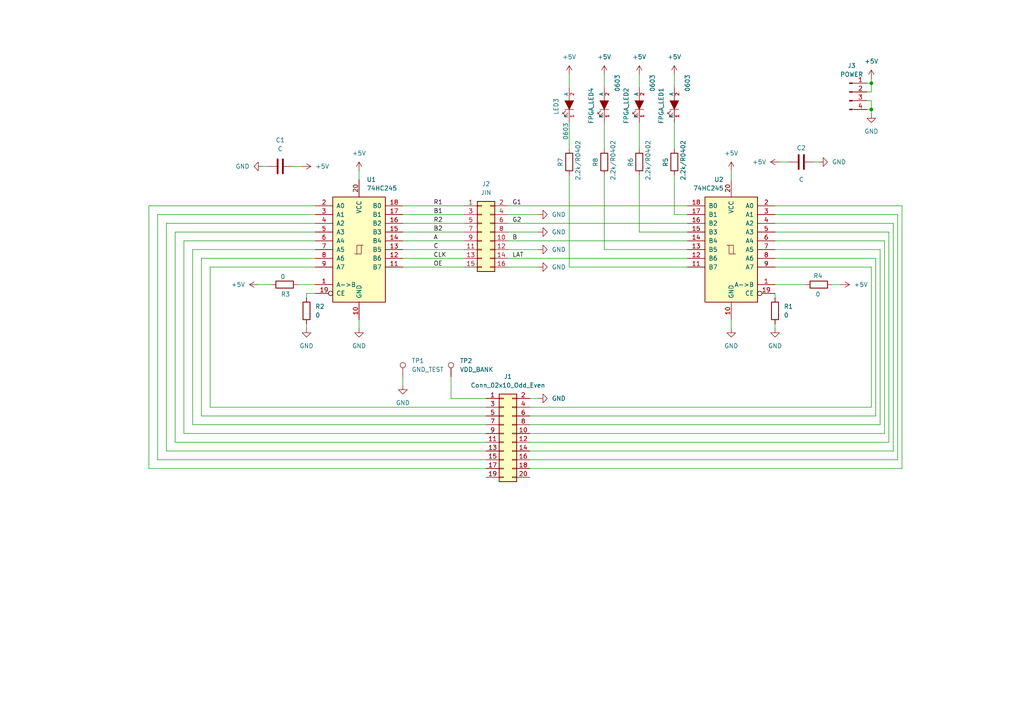
<source format=kicad_sch>
(kicad_sch (version 20231120) (generator "eeschema") (generator_version "8.0")
  (paper "A4")
  (lib_symbols
    (symbol "74xx:74HC245" (pin_names (offset 1.016))
      (property "Reference" "U" (at -7.62 16.51 0))
      (property "Value" "74HC245" (at -7.62 -16.51 0))
      (symbol "74HC245_1_0"
        (polyline (pts (xy -0.635 -1.27) (xy -0.635 1.27) (xy 0.635 1.27)))
        (polyline (pts (xy -1.27 -1.27) (xy 0.635 -1.27) (xy 0.635 1.27) (xy 1.27 1.27)))
        (pin input line (at -12.7 -10.16 0) (length 5.08) (name "A->B") (number "1"))
        (pin power_in line (at 0 -20.32 90) (length 5.08) (name "GND") (number "10"))
        (pin tri_state line (at 12.7 -5.08 180) (length 5.08) (name "B7") (number "11"))
        (pin tri_state line (at 12.7 -2.54 180) (length 5.08) (name "B6") (number "12"))
        (pin tri_state line (at 12.7 0 180) (length 5.08) (name "B5") (number "13"))
        (pin tri_state line (at 12.7 2.54 180) (length 5.08) (name "B4") (number "14"))
        (pin tri_state line (at 12.7 5.08 180) (length 5.08) (name "B3") (number "15"))
        (pin tri_state line (at 12.7 7.62 180) (length 5.08) (name "B2") (number "16"))
        (pin tri_state line (at 12.7 10.16 180) (length 5.08) (name "B1") (number "17"))
        (pin tri_state line (at 12.7 12.7 180) (length 5.08) (name "B0") (number "18"))
        (pin input inverted (at -12.7 -12.7 0) (length 5.08) (name "CE") (number "19"))
        (pin tri_state line (at -12.7 12.7 0) (length 5.08) (name "A0") (number "2"))
        (pin power_in line (at 0 20.32 270) (length 5.08) (name "VCC") (number "20"))
        (pin tri_state line (at -12.7 10.16 0) (length 5.08) (name "A1") (number "3"))
        (pin tri_state line (at -12.7 7.62 0) (length 5.08) (name "A2") (number "4"))
        (pin tri_state line (at -12.7 5.08 0) (length 5.08) (name "A3") (number "5"))
        (pin tri_state line (at -12.7 2.54 0) (length 5.08) (name "A4") (number "6"))
        (pin tri_state line (at -12.7 0 0) (length 5.08) (name "A5") (number "7"))
        (pin tri_state line (at -12.7 -2.54 0) (length 5.08) (name "A6") (number "8"))
        (pin tri_state line (at -12.7 -5.08 0) (length 5.08) (name "A7") (number "9"))
      )
      (symbol "74HC245_1_1"
        (rectangle (start -7.62 15.24) (end 7.62 -15.24) (stroke (width 0.254)) (fill (type background)))
      )
    )
    (symbol "Connector:Conn_01x04_Male" (pin_names (offset 1.016) hide)
      (property "Reference" "J" (at 0 5.08 0))
      (property "Value" "Conn_01x04_Male" (at 0 -7.62 0))
      (symbol "Conn_01x04_Male_1_1"
        (polyline (pts (xy 1.27 -5.08) (xy 0.8636 -5.08)) (stroke (width 0.1524)))
        (polyline (pts (xy 1.27 -2.54) (xy 0.8636 -2.54)) (stroke (width 0.1524)))
        (polyline (pts (xy 1.27 0) (xy 0.8636 0)) (stroke (width 0.1524)))
        (polyline (pts (xy 1.27 2.54) (xy 0.8636 2.54)) (stroke (width 0.1524)))
        (rectangle (start 0.8636 -4.953) (end 0 -5.207) (stroke (width 0.1524)) (fill (type outline)))
        (rectangle (start 0.8636 -2.413) (end 0 -2.667) (stroke (width 0.1524)) (fill (type outline)))
        (rectangle (start 0.8636 0.127) (end 0 -0.127) (stroke (width 0.1524)) (fill (type outline)))
        (rectangle (start 0.8636 2.667) (end 0 2.413) (stroke (width 0.1524)) (fill (type outline)))
        (pin passive line (at 5.08 2.54 180) (length 3.81) (name "Pin_1") (number "1"))
        (pin passive line (at 5.08 0 180) (length 3.81) (name "Pin_2") (number "2"))
        (pin passive line (at 5.08 -2.54 180) (length 3.81) (name "Pin_3") (number "3"))
        (pin passive line (at 5.08 -5.08 180) (length 3.81) (name "Pin_4") (number "4"))
      )
    )
    (symbol "Connector:TestPoint" (pin_numbers hide) (pin_names (offset 0.762) hide)
      (property "Reference" "TP" (at 0 6.858 0))
      (property "Value" "TestPoint" (at 0 5.08 0))
      (symbol "TestPoint_0_1"
        (circle (center 0 3.302) (radius 0.762))
      )
      (symbol "TestPoint_1_1"
        (pin passive line (at 0 0 90) (length 2.54) (name "1") (number "1"))
      )
    )
    (symbol "Connector_Generic:Conn_02x08_Odd_Even" (pin_names (offset 1.016) hide)
      (property "Reference" "J" (at 1.27 10.16 0))
      (property "Value" "Conn_02x08_Odd_Even" (at 1.27 -12.7 0))
      (symbol "Conn_02x08_Odd_Even_1_1"
        (rectangle (start -1.27 -10.033) (end 0 -10.287) (stroke (width 0.1524)))
        (rectangle (start -1.27 -7.493) (end 0 -7.747) (stroke (width 0.1524)))
        (rectangle (start -1.27 -4.953) (end 0 -5.207) (stroke (width 0.1524)))
        (rectangle (start -1.27 -2.413) (end 0 -2.667) (stroke (width 0.1524)))
        (rectangle (start -1.27 0.127) (end 0 -0.127) (stroke (width 0.1524)))
        (rectangle (start -1.27 2.667) (end 0 2.413) (stroke (width 0.1524)))
        (rectangle (start -1.27 5.207) (end 0 4.953) (stroke (width 0.1524)))
        (rectangle (start -1.27 7.747) (end 0 7.493) (stroke (width 0.1524)))
        (rectangle (start -1.27 8.89) (end 3.81 -11.43) (stroke (width 0.254)) (fill (type background)))
        (rectangle (start 3.81 -10.033) (end 2.54 -10.287) (stroke (width 0.1524)))
        (rectangle (start 3.81 -7.493) (end 2.54 -7.747) (stroke (width 0.1524)))
        (rectangle (start 3.81 -4.953) (end 2.54 -5.207) (stroke (width 0.1524)))
        (rectangle (start 3.81 -2.413) (end 2.54 -2.667) (stroke (width 0.1524)))
        (rectangle (start 3.81 0.127) (end 2.54 -0.127) (stroke (width 0.1524)))
        (rectangle (start 3.81 2.667) (end 2.54 2.413) (stroke (width 0.1524)))
        (rectangle (start 3.81 5.207) (end 2.54 4.953) (stroke (width 0.1524)))
        (rectangle (start 3.81 7.747) (end 2.54 7.493) (stroke (width 0.1524)))
        (pin passive line (at -5.08 7.62 0) (length 3.81) (name "Pin_1") (number "1"))
        (pin passive line (at 7.62 -2.54 180) (length 3.81) (name "Pin_10") (number "10"))
        (pin passive line (at -5.08 -5.08 0) (length 3.81) (name "Pin_11") (number "11"))
        (pin passive line (at 7.62 -5.08 180) (length 3.81) (name "Pin_12") (number "12"))
        (pin passive line (at -5.08 -7.62 0) (length 3.81) (name "Pin_13") (number "13"))
        (pin passive line (at 7.62 -7.62 180) (length 3.81) (name "Pin_14") (number "14"))
        (pin passive line (at -5.08 -10.16 0) (length 3.81) (name "Pin_15") (number "15"))
        (pin passive line (at 7.62 -10.16 180) (length 3.81) (name "Pin_16") (number "16"))
        (pin passive line (at 7.62 7.62 180) (length 3.81) (name "Pin_2") (number "2"))
        (pin passive line (at -5.08 5.08 0) (length 3.81) (name "Pin_3") (number "3"))
        (pin passive line (at 7.62 5.08 180) (length 3.81) (name "Pin_4") (number "4"))
        (pin passive line (at -5.08 2.54 0) (length 3.81) (name "Pin_5") (number "5"))
        (pin passive line (at 7.62 2.54 180) (length 3.81) (name "Pin_6") (number "6"))
        (pin passive line (at -5.08 0 0) (length 3.81) (name "Pin_7") (number "7"))
        (pin passive line (at 7.62 0 180) (length 3.81) (name "Pin_8") (number "8"))
        (pin passive line (at -5.08 -2.54 0) (length 3.81) (name "Pin_9") (number "9"))
      )
    )
    (symbol "Connector_Generic:Conn_02x10_Odd_Even" (pin_names (offset 1.016) hide)
      (property "Reference" "J" (at 1.27 12.7 0))
      (property "Value" "Conn_02x10_Odd_Even" (at 1.27 -15.24 0))
      (symbol "Conn_02x10_Odd_Even_1_1"
        (rectangle (start -1.27 -12.573) (end 0 -12.827) (stroke (width 0.1524)))
        (rectangle (start -1.27 -10.033) (end 0 -10.287) (stroke (width 0.1524)))
        (rectangle (start -1.27 -7.493) (end 0 -7.747) (stroke (width 0.1524)))
        (rectangle (start -1.27 -4.953) (end 0 -5.207) (stroke (width 0.1524)))
        (rectangle (start -1.27 -2.413) (end 0 -2.667) (stroke (width 0.1524)))
        (rectangle (start -1.27 0.127) (end 0 -0.127) (stroke (width 0.1524)))
        (rectangle (start -1.27 2.667) (end 0 2.413) (stroke (width 0.1524)))
        (rectangle (start -1.27 5.207) (end 0 4.953) (stroke (width 0.1524)))
        (rectangle (start -1.27 7.747) (end 0 7.493) (stroke (width 0.1524)))
        (rectangle (start -1.27 10.287) (end 0 10.033) (stroke (width 0.1524)))
        (rectangle (start -1.27 11.43) (end 3.81 -13.97) (stroke (width 0.254)) (fill (type background)))
        (rectangle (start 3.81 -12.573) (end 2.54 -12.827) (stroke (width 0.1524)))
        (rectangle (start 3.81 -10.033) (end 2.54 -10.287) (stroke (width 0.1524)))
        (rectangle (start 3.81 -7.493) (end 2.54 -7.747) (stroke (width 0.1524)))
        (rectangle (start 3.81 -4.953) (end 2.54 -5.207) (stroke (width 0.1524)))
        (rectangle (start 3.81 -2.413) (end 2.54 -2.667) (stroke (width 0.1524)))
        (rectangle (start 3.81 0.127) (end 2.54 -0.127) (stroke (width 0.1524)))
        (rectangle (start 3.81 2.667) (end 2.54 2.413) (stroke (width 0.1524)))
        (rectangle (start 3.81 5.207) (end 2.54 4.953) (stroke (width 0.1524)))
        (rectangle (start 3.81 7.747) (end 2.54 7.493) (stroke (width 0.1524)))
        (rectangle (start 3.81 10.287) (end 2.54 10.033) (stroke (width 0.1524)))
        (pin passive line (at -5.08 10.16 0) (length 3.81) (name "Pin_1") (number "1"))
        (pin passive line (at 7.62 0 180) (length 3.81) (name "Pin_10") (number "10"))
        (pin passive line (at -5.08 -2.54 0) (length 3.81) (name "Pin_11") (number "11"))
        (pin passive line (at 7.62 -2.54 180) (length 3.81) (name "Pin_12") (number "12"))
        (pin passive line (at -5.08 -5.08 0) (length 3.81) (name "Pin_13") (number "13"))
        (pin passive line (at 7.62 -5.08 180) (length 3.81) (name "Pin_14") (number "14"))
        (pin passive line (at -5.08 -7.62 0) (length 3.81) (name "Pin_15") (number "15"))
        (pin passive line (at 7.62 -7.62 180) (length 3.81) (name "Pin_16") (number "16"))
        (pin passive line (at -5.08 -10.16 0) (length 3.81) (name "Pin_17") (number "17"))
        (pin passive line (at 7.62 -10.16 180) (length 3.81) (name "Pin_18") (number "18"))
        (pin passive line (at -5.08 -12.7 0) (length 3.81) (name "Pin_19") (number "19"))
        (pin passive line (at 7.62 10.16 180) (length 3.81) (name "Pin_2") (number "2"))
        (pin passive line (at 7.62 -12.7 180) (length 3.81) (name "Pin_20") (number "20"))
        (pin passive line (at -5.08 7.62 0) (length 3.81) (name "Pin_3") (number "3"))
        (pin passive line (at 7.62 7.62 180) (length 3.81) (name "Pin_4") (number "4"))
        (pin passive line (at -5.08 5.08 0) (length 3.81) (name "Pin_5") (number "5"))
        (pin passive line (at 7.62 5.08 180) (length 3.81) (name "Pin_6") (number "6"))
        (pin passive line (at -5.08 2.54 0) (length 3.81) (name "Pin_7") (number "7"))
        (pin passive line (at 7.62 2.54 180) (length 3.81) (name "Pin_8") (number "8"))
        (pin passive line (at -5.08 0 0) (length 3.81) (name "Pin_9") (number "9"))
      )
    )
    (symbol "Device:C" (pin_numbers hide) (pin_names (offset 0.254))
      (property "Reference" "C" (at 0.635 2.54 0))
      (property "Value" "C" (at 0.635 -2.54 0))
      (symbol "C_0_1"
        (polyline (pts (xy -2.032 -0.762) (xy 2.032 -0.762)) (stroke (width 0.508)))
        (polyline (pts (xy -2.032 0.762) (xy 2.032 0.762)) (stroke (width 0.508)))
      )
      (symbol "C_1_1"
        (pin passive line (at 0 3.81 270) (length 2.794) (name "~") (number "1"))
        (pin passive line (at 0 -3.81 90) (length 2.794) (name "~") (number "2"))
      )
    )
    (symbol "Device:R" (pin_numbers hide) (pin_names (offset 0))
      (property "Reference" "R" (at 2.032 0 90))
      (property "Value" "R" (at 0 0 90))
      (symbol "R_0_1"
        (rectangle (start -1.016 -2.54) (end 1.016 2.54) (stroke (width 0.254)))
      )
      (symbol "R_1_1"
        (pin passive line (at 0 3.81 270) (length 1.27) (name "~") (number "1"))
        (pin passive line (at 0 -3.81 90) (length 1.27) (name "~") (number "2"))
      )
    )
    (symbol "OLIMEX_Diodes:LED" (pin_names (offset 0))
      (property "Reference" "LED" (at 0 2.54 0))
      (property "Value" "LED" (at 0 -2.54 0))
      (symbol "LED_0_1"
        (polyline (pts (xy -3.302 1.397) (xy -3.302 0.889)))
        (polyline (pts (xy -2.54 1.905) (xy -2.032 1.905)))
        (polyline (pts (xy -1.27 -1.27) (xy -1.27 1.27)))
        (polyline (pts (xy -2.286 0.381) (xy -3.302 1.397) (xy -2.794 1.397)))
        (polyline (pts (xy -1.651 1.016) (xy -2.54 1.905) (xy -2.54 1.397)))
        (polyline (pts (xy 1.27 -1.27) (xy -1.27 0) (xy 1.27 1.27)) (fill (type outline)))
        (rectangle (start 1.27 1.27) (end 1.27 -1.27))
      )
      (symbol "LED_1_1"
        (pin passive line (at -5.08 0 0) (length 3.81) (name "K") (number "1"))
        (pin passive line (at 5.08 0 180) (length 3.81) (name "A") (number "2"))
      )
    )
    (symbol "OLIMEX_RCL:R" (pin_numbers hide) (pin_names (offset 0))
      (property "Reference" "R" (at 0 2.032 0))
      (property "Value" "R" (at 0 0 0))
      (symbol "R_0_1"
        (rectangle (start 2.54 -1.016) (end -2.54 1.016) (stroke (width 0.254)))
      )
      (symbol "R_1_1"
        (pin passive line (at -3.81 0 0) (length 1.27) (name "~") (number "1"))
        (pin passive line (at 3.81 0 180) (length 1.27) (name "~") (number "2"))
      )
    )
    (symbol "power:+5V" (power) (pin_names (offset 0))
      (property "Value" "+5V" (at 0 3.556 0))
      (symbol "+5V_0_1"
        (polyline (pts (xy -0.762 1.27) (xy 0 2.54)))
        (polyline (pts (xy 0 0) (xy 0 2.54)))
        (polyline (pts (xy 0 2.54) (xy 0.762 1.27)))
      )
      (symbol "+5V_1_1"
        (pin power_in line (at 0 0 90) (length 0) hide (name "+5V") (number "1"))
      )
    )
    (symbol "power:GND" (power) (pin_names (offset 0))
      (property "Value" "GND" (at 0 -3.81 0))
      (symbol "GND_0_1"
        (polyline (pts (xy 0 0) (xy 0 -1.27) (xy 1.27 -1.27) (xy 0 -2.54) (xy -1.27 -1.27) (xy 0 -1.27)))
      )
      (symbol "GND_1_1"
        (pin power_in line (at 0 0 270) (length 0) hide (name "GND") (number "1"))
      )
    )
  )
  (junction (at 252.73 24.13))
  (junction (at 252.73 31.75))
  (wire (pts (xy 185.42 67.31) (xy 185.42 50.8)))
  (wire (pts (xy 147.32 77.47) (xy 156.21 77.47)))
  (wire (pts (xy 116.84 62.23) (xy 134.62 62.23)))
  (wire (pts (xy 175.26 72.39) (xy 199.39 72.39)))
  (wire (pts (xy 212.09 49.53) (xy 212.09 52.07)))
  (wire (pts (xy 255.27 72.39) (xy 224.79 72.39)))
  (wire (pts (xy 116.84 64.77) (xy 134.62 64.77)))
  (wire (pts (xy 153.67 135.89) (xy 261.62 135.89)))
  (wire (pts (xy 252.73 29.21) (xy 252.73 31.75)))
  (wire (pts (xy 175.26 21.59) (xy 175.26 25.4)))
  (wire (pts (xy 116.84 72.39) (xy 134.62 72.39)))
  (wire (pts (xy 153.67 123.19) (xy 255.27 123.19)))
  (wire (pts (xy 147.32 69.85) (xy 199.39 69.85)))
  (wire (pts (xy 251.46 24.13) (xy 252.73 24.13)))
  (wire (pts (xy 58.42 120.65) (xy 58.42 74.93)))
  (wire (pts (xy 224.79 82.55) (xy 233.68 82.55)))
  (wire (pts (xy 228.6 46.99) (xy 226.06 46.99)))
  (wire (pts (xy 53.34 125.73) (xy 140.97 125.73)))
  (wire (pts (xy 140.97 123.19) (xy 55.88 123.19)))
  (wire (pts (xy 195.58 50.8) (xy 195.58 62.23)))
  (wire (pts (xy 76.2 48.26) (xy 77.47 48.26)))
  (wire (pts (xy 147.32 64.77) (xy 199.39 64.77)))
  (wire (pts (xy 212.09 92.71) (xy 212.09 95.25)))
  (wire (pts (xy 224.79 59.69) (xy 261.62 59.69)))
  (wire (pts (xy 252.73 118.11) (xy 252.73 77.47)))
  (wire (pts (xy 147.32 72.39) (xy 156.21 72.39)))
  (wire (pts (xy 140.97 133.35) (xy 45.72 133.35)))
  (wire (pts (xy 140.97 135.89) (xy 43.18 135.89)))
  (wire (pts (xy 50.8 67.31) (xy 91.44 67.31)))
  (wire (pts (xy 165.1 50.8) (xy 165.1 77.47)))
  (wire (pts (xy 48.26 130.81) (xy 140.97 130.81)))
  (wire (pts (xy 185.42 35.56) (xy 185.42 43.18)))
  (wire (pts (xy 185.42 21.59) (xy 185.42 25.4)))
  (wire (pts (xy 252.73 77.47) (xy 224.79 77.47)))
  (wire (pts (xy 104.14 49.53) (xy 104.14 52.07)))
  (wire (pts (xy 254 74.93) (xy 254 120.65)))
  (wire (pts (xy 252.73 24.13) (xy 252.73 22.86)))
  (wire (pts (xy 165.1 21.59) (xy 165.1 25.4)))
  (wire (pts (xy 91.44 69.85) (xy 53.34 69.85)))
  (wire (pts (xy 48.26 64.77) (xy 48.26 130.81)))
  (wire (pts (xy 199.39 67.31) (xy 185.42 67.31)))
  (wire (pts (xy 116.84 59.69) (xy 134.62 59.69)))
  (wire (pts (xy 104.14 92.71) (xy 104.14 95.25)))
  (wire (pts (xy 116.84 69.85) (xy 134.62 69.85)))
  (wire (pts (xy 259.08 64.77) (xy 259.08 130.81)))
  (wire (pts (xy 165.1 77.47) (xy 199.39 77.47)))
  (wire (pts (xy 153.67 128.27) (xy 257.81 128.27)))
  (wire (pts (xy 53.34 69.85) (xy 53.34 125.73)))
  (wire (pts (xy 60.96 118.11) (xy 60.96 77.47)))
  (wire (pts (xy 251.46 26.67) (xy 252.73 26.67)))
  (wire (pts (xy 147.32 74.93) (xy 199.39 74.93)))
  (wire (pts (xy 195.58 21.59) (xy 195.58 25.4)))
  (wire (pts (xy 55.88 123.19) (xy 55.88 72.39)))
  (wire (pts (xy 224.79 69.85) (xy 256.54 69.85)))
  (wire (pts (xy 91.44 85.09) (xy 88.9 85.09)))
  (wire (pts (xy 45.72 133.35) (xy 45.72 62.23)))
  (wire (pts (xy 140.97 118.11) (xy 60.96 118.11)))
  (wire (pts (xy 74.93 82.55) (xy 78.74 82.55)))
  (wire (pts (xy 257.81 128.27) (xy 257.81 67.31)))
  (wire (pts (xy 256.54 69.85) (xy 256.54 125.73)))
  (wire (pts (xy 153.67 133.35) (xy 260.35 133.35)))
  (wire (pts (xy 175.26 50.8) (xy 175.26 72.39)))
  (wire (pts (xy 60.96 77.47) (xy 91.44 77.47)))
  (wire (pts (xy 254 120.65) (xy 153.67 120.65)))
  (wire (pts (xy 260.35 62.23) (xy 224.79 62.23)))
  (wire (pts (xy 224.79 64.77) (xy 259.08 64.77)))
  (wire (pts (xy 251.46 29.21) (xy 252.73 29.21)))
  (wire (pts (xy 130.81 115.57) (xy 140.97 115.57)))
  (wire (pts (xy 116.84 74.93) (xy 134.62 74.93)))
  (wire (pts (xy 251.46 31.75) (xy 252.73 31.75)))
  (wire (pts (xy 116.84 67.31) (xy 134.62 67.31)))
  (wire (pts (xy 55.88 72.39) (xy 91.44 72.39)))
  (wire (pts (xy 130.81 109.22) (xy 130.81 115.57)))
  (wire (pts (xy 165.1 35.56) (xy 165.1 43.18)))
  (wire (pts (xy 153.67 115.57) (xy 156.21 115.57)))
  (wire (pts (xy 261.62 59.69) (xy 261.62 135.89)))
  (wire (pts (xy 91.44 64.77) (xy 48.26 64.77)))
  (wire (pts (xy 45.72 62.23) (xy 91.44 62.23)))
  (wire (pts (xy 86.36 82.55) (xy 91.44 82.55)))
  (wire (pts (xy 85.09 48.26) (xy 87.63 48.26)))
  (wire (pts (xy 259.08 130.81) (xy 153.67 130.81)))
  (wire (pts (xy 252.73 31.75) (xy 252.73 33.02)))
  (wire (pts (xy 195.58 62.23) (xy 199.39 62.23)))
  (wire (pts (xy 116.84 109.22) (xy 116.84 111.76)))
  (wire (pts (xy 257.81 67.31) (xy 224.79 67.31)))
  (wire (pts (xy 43.18 135.89) (xy 43.18 59.69)))
  (wire (pts (xy 256.54 125.73) (xy 153.67 125.73)))
  (wire (pts (xy 224.79 85.09) (xy 224.79 86.36)))
  (wire (pts (xy 58.42 74.93) (xy 91.44 74.93)))
  (wire (pts (xy 224.79 74.93) (xy 254 74.93)))
  (wire (pts (xy 241.3 82.55) (xy 243.84 82.55)))
  (wire (pts (xy 116.84 77.47) (xy 134.62 77.47)))
  (wire (pts (xy 43.18 59.69) (xy 91.44 59.69)))
  (wire (pts (xy 50.8 128.27) (xy 50.8 67.31)))
  (wire (pts (xy 147.32 59.69) (xy 199.39 59.69)))
  (wire (pts (xy 88.9 85.09) (xy 88.9 86.36)))
  (wire (pts (xy 175.26 35.56) (xy 175.26 43.18)))
  (wire (pts (xy 140.97 128.27) (xy 50.8 128.27)))
  (wire (pts (xy 140.97 120.65) (xy 58.42 120.65)))
  (wire (pts (xy 88.9 93.98) (xy 88.9 95.25)))
  (wire (pts (xy 260.35 133.35) (xy 260.35 62.23)))
  (wire (pts (xy 252.73 26.67) (xy 252.73 24.13)))
  (wire (pts (xy 147.32 62.23) (xy 156.21 62.23)))
  (wire (pts (xy 237.49 46.99) (xy 236.22 46.99)))
  (wire (pts (xy 153.67 118.11) (xy 252.73 118.11)))
  (wire (pts (xy 195.58 35.56) (xy 195.58 43.18)))
  (wire (pts (xy 255.27 123.19) (xy 255.27 72.39)))
  (wire (pts (xy 224.79 93.98) (xy 224.79 95.25)))
  (wire (pts (xy 147.32 67.31) (xy 156.21 67.31)))
  (label "A" (at 125.73 69.85 0))
  (label "R1" (at 125.73 59.69 0))
  (label "B" (at 148.59 69.85 0))
  (label "G1" (at 148.59 59.69 0))
  (label "LAT" (at 148.59 74.93 0))
  (label "CLK" (at 125.73 74.93 0))
  (label "G2" (at 148.59 64.77 0))
  (label "R2" (at 125.73 64.77 0))
  (label "B1" (at 125.73 62.23 0))
  (label "C" (at 125.73 72.39 0))
  (label "OE" (at 125.73 77.47 0))
  (label "B2" (at 125.73 67.31 0))
  (symbol (lib_id "OLIMEX_Diodes:LED") (at 185.42 30.48 90) (unit 1)
    (property "Reference" "FPGA_LED2" (at 181.61 25.4 0) (effects (justify right)))
    (property "Value" "0603" (at 189.23 21.59 0) (effects (justify right)))
    (property "Footprint" "OLIMEX_LEDs-FP:LED_0603_KA" (effects (hide yes)))
    (property "Fieldname 1" "Value 1" (effects (hide yes)))
    (property "Fieldname2" "Value2" (effects (hide yes)))
    (property "Fieldname3" "Value3" (effects (hide yes)))
  )
  (symbol (lib_id "power:+5V") (at 195.58 21.59 0) (mirror y) (unit 1)
    (property "Reference" "#PWR017" (effects (hide yes)))
    (property "Value" "+5V" (at 195.58 16.51 0))
    (property "Description" "Power symbol creates a global label with name \"+5V\"" (effects (hide yes)))
  )
  (symbol (lib_id "power:+5V") (at 87.63 48.26 270) (mirror x) (unit 1)
    (property "Reference" "#PWR011" (effects (hide yes)))
    (property "Value" "+5V" (at 91.44 48.2599 90) (effects (justify left)))
    (property "Description" "Power symbol creates a global label with name \"+5V\"" (effects (hide yes)))
  )
  (symbol (lib_id "power:GND") (at 156.21 62.23 90) (unit 1)
    (property "Reference" "#PWR05" (effects (hide yes)))
    (property "Value" "GND" (at 160.02 62.2299 90) (effects (justify right)))
    (property "Description" "Power symbol creates a global label with name \"GND\" , ground" (effects (hide yes)))
  )
  (symbol (lib_id "power:GND") (at 88.9 95.25 0) (unit 1)
    (property "Reference" "#PWR013" (effects (hide yes)))
    (property "Value" "GND" (at 88.9 100.33 0))
    (property "Description" "Power symbol creates a global label with name \"GND\" , ground" (effects (hide yes)))
  )
  (symbol (lib_id "power:GND") (at 156.21 72.39 90) (unit 1)
    (property "Reference" "#PWR07" (effects (hide yes)))
    (property "Value" "GND" (at 160.02 72.3899 90) (effects (justify right)))
    (property "Description" "Power symbol creates a global label with name \"GND\" , ground" (effects (hide yes)))
  )
  (symbol (lib_id "power:GND") (at 252.73 33.02 0) (unit 1)
    (property "Reference" "#PWR023" (effects (hide yes)))
    (property "Value" "GND" (at 252.73 38.1 0))
    (property "Description" "Power symbol creates a global label with name \"GND\" , ground" (effects (hide yes)))
  )
  (symbol (lib_id "Device:C") (at 81.28 48.26 90) (unit 1)
    (property "Reference" "C1" (at 81.28 40.64 90))
    (property "Value" "C" (at 81.28 43.18 90))
    (property "Description" "Unpolarized capacitor" (effects (hide yes)))
  )
  (symbol (lib_id "Device:R") (at 237.49 82.55 90) (unit 1)
    (property "Reference" "R4" (at 237.236 80.01 90))
    (property "Value" "0" (at 237.236 85.344 90))
    (property "Description" "Resistor" (effects (hide yes)))
  )
  (symbol (lib_id "OLIMEX_Diodes:LED") (at 165.1 30.48 90) (unit 1)
    (property "Reference" "LED3" (at 161.29 28.448 0) (effects (justify right)))
    (property "Value" "0603" (at 164.084 35.56 0) (effects (justify right)))
    (property "Footprint" "OLIMEX_LEDs-FP:LED_0603_KA" (effects (hide yes)))
    (property "Fieldname 1" "Value 1" (effects (hide yes)))
    (property "Fieldname2" "Value2" (effects (hide yes)))
    (property "Fieldname3" "Value3" (effects (hide yes)))
  )
  (symbol (lib_id "power:+5V") (at 212.09 49.53 0) (mirror y) (unit 1)
    (property "Reference" "#PWR02" (effects (hide yes)))
    (property "Value" "+5V" (at 212.09 44.45 0))
    (property "Description" "Power symbol creates a global label with name \"+5V\"" (effects (hide yes)))
  )
  (symbol (lib_id "Connector_Generic:Conn_02x08_Odd_Even") (at 139.7 67.31 0) (unit 1)
    (property "Reference" "J2" (at 140.97 53.34 0))
    (property "Value" "JIN" (at 140.97 55.88 0))
    (property "Description" "Generic connector, double row, 02x08, odd/even pin numbering scheme (row 1 odd numbers, row 2 even numbers), script generated (kicad-library-utils/schlib/autogen/connector/)" (effects (hide yes)))
  )
  (symbol (lib_id "power:GND") (at 156.21 77.47 90) (unit 1)
    (property "Reference" "#PWR08" (effects (hide yes)))
    (property "Value" "GND" (at 160.02 77.4699 90) (effects (justify right)))
    (property "Description" "Power symbol creates a global label with name \"GND\" , ground" (effects (hide yes)))
  )
  (symbol (lib_id "Connector:Conn_01x04_Male") (at 246.38 26.67 0) (unit 1)
    (property "Reference" "J3" (at 247.015 19.05 0))
    (property "Value" "POWER" (at 247.015 21.59 0))
    (property "Description" "Generic connector, single row, 01x04, script generated (kicad-library-utils/schlib/autogen/connector/)" (effects (hide yes)))
  )
  (symbol (lib_id "power:+5V") (at 252.73 22.86 0) (mirror y) (unit 1)
    (property "Reference" "#PWR024" (effects (hide yes)))
    (property "Value" "+5V" (at 252.73 17.78 0))
    (property "Description" "Power symbol creates a global label with name \"+5V\"" (effects (hide yes)))
  )
  (symbol (lib_id "power:+5V") (at 74.93 82.55 90) (unit 1)
    (property "Reference" "#PWR014" (effects (hide yes)))
    (property "Value" "+5V" (at 71.12 82.5499 90) (effects (justify left)))
    (property "Description" "Power symbol creates a global label with name \"+5V\"" (effects (hide yes)))
  )
  (symbol (lib_id "power:GND") (at 156.21 115.57 90) (unit 1)
    (property "Reference" "#PWR021" (effects (hide yes)))
    (property "Value" "GND" (at 160.02 115.5699 90) (effects (justify right)))
    (property "Description" "Power symbol creates a global label with name \"GND\" , ground" (effects (hide yes)))
  )
  (symbol (lib_id "power:GND") (at 224.79 95.25 0) (mirror y) (unit 1)
    (property "Reference" "#PWR016" (effects (hide yes)))
    (property "Value" "GND" (at 224.79 100.33 0))
    (property "Description" "Power symbol creates a global label with name \"GND\" , ground" (effects (hide yes)))
  )
  (symbol (lib_id "power:+5V") (at 243.84 82.55 270) (mirror x) (unit 1)
    (property "Reference" "#PWR015" (effects (hide yes)))
    (property "Value" "+5V" (at 247.65 82.5499 90) (effects (justify left)))
    (property "Description" "Power symbol creates a global label with name \"+5V\"" (effects (hide yes)))
  )
  (symbol (lib_id "power:GND") (at 156.21 67.31 90) (unit 1)
    (property "Reference" "#PWR06" (effects (hide yes)))
    (property "Value" "GND" (at 160.02 67.3099 90) (effects (justify right)))
    (property "Description" "Power symbol creates a global label with name \"GND\" , ground" (effects (hide yes)))
  )
  (symbol (lib_id "OLIMEX_RCL:R") (at 175.26 46.99 270) (unit 1) (exclude_from_sim yes)
    (property "Reference" "R8" (at 172.72 45.72 0) (effects (justify left)))
    (property "Value" "2.2k/R0402" (at 177.8 40.64 0) (effects (justify left)))
    (property "Footprint" "OLIMEX_RLC-FP:R_0402_5MIL_DWS" (effects (hide yes)))
    (property "Fieldname 1" "Value 1" (effects (hide yes)))
    (property "Fieldname2" "Value2" (effects (hide yes)))
    (property "Fieldname3" "Value3" (effects (hide yes)))
  )
  (symbol (lib_id "Device:R") (at 88.9 90.17 0) (unit 1)
    (property "Reference" "R2" (at 91.44 88.8999 0) (effects (justify left)))
    (property "Value" "0" (at 91.44 91.4399 0) (effects (justify left)))
    (property "Description" "Resistor" (effects (hide yes)))
  )
  (symbol (lib_id "OLIMEX_Diodes:LED") (at 175.26 30.48 90) (unit 1)
    (property "Reference" "FPGA_LED4" (at 171.45 25.4 0) (effects (justify right)))
    (property "Value" "0603" (at 179.07 21.59 0) (effects (justify right)))
    (property "Footprint" "OLIMEX_LEDs-FP:LED_0603_KA" (effects (hide yes)))
    (property "Fieldname 1" "Value 1" (effects (hide yes)))
    (property "Fieldname2" "Value2" (effects (hide yes)))
    (property "Fieldname3" "Value3" (effects (hide yes)))
  )
  (symbol (lib_id "power:+5V") (at 165.1 21.59 0) (mirror y) (unit 1)
    (property "Reference" "#PWR019" (effects (hide yes)))
    (property "Value" "+5V" (at 165.1 16.51 0))
    (property "Description" "Power symbol creates a global label with name \"+5V\"" (effects (hide yes)))
  )
  (symbol (lib_id "power:GND") (at 116.84 111.76 0) (mirror y) (unit 1)
    (property "Reference" "#PWR022" (effects (hide yes)))
    (property "Value" "GND" (at 116.84 116.84 0))
    (property "Description" "Power symbol creates a global label with name \"GND\" , ground" (effects (hide yes)))
  )
  (symbol (lib_id "Connector:TestPoint") (at 116.84 109.22 0) (unit 1)
    (property "Reference" "TP1" (at 119.38 104.6479 0) (effects (justify left)))
    (property "Value" "GND_TEST" (at 119.38 107.1879 0) (effects (justify left)))
    (property "Description" "test point" (effects (hide yes)))
  )
  (symbol (lib_id "OLIMEX_RCL:R") (at 185.42 46.99 270) (unit 1) (exclude_from_sim yes)
    (property "Reference" "R6" (at 182.88 45.72 0) (effects (justify left)))
    (property "Value" "2.2k/R0402" (at 187.96 40.64 0) (effects (justify left)))
    (property "Footprint" "OLIMEX_RLC-FP:R_0402_5MIL_DWS" (effects (hide yes)))
    (property "Fieldname 1" "Value 1" (effects (hide yes)))
    (property "Fieldname2" "Value2" (effects (hide yes)))
    (property "Fieldname3" "Value3" (effects (hide yes)))
  )
  (symbol (lib_id "power:+5V") (at 226.06 46.99 90) (mirror x) (unit 1)
    (property "Reference" "#PWR09" (effects (hide yes)))
    (property "Value" "+5V" (at 222.25 46.9901 90) (effects (justify left)))
    (property "Description" "Power symbol creates a global label with name \"+5V\"" (effects (hide yes)))
  )
  (symbol (lib_id "Device:C") (at 232.41 46.99 270) (unit 1)
    (property "Reference" "C2" (at 232.41 42.926 90))
    (property "Value" "C" (at 232.41 52.07 90))
    (property "Description" "Unpolarized capacitor" (effects (hide yes)))
  )
  (symbol (lib_id "74xx:74HC245") (at 104.14 72.39 0) (unit 1)
    (property "Reference" "U1" (at 106.3341 52.07 0) (effects (justify left)))
    (property "Value" "74HC245" (at 106.3341 54.61 0) (effects (justify left)))
    (property "Datasheet" "http://www.ti.com/lit/gpn/sn74HC245" (effects (hide yes)))
    (property "Description" "Octal BUS Transceivers, 3-State outputs" (effects (hide yes)))
  )
  (symbol (lib_id "OLIMEX_Diodes:LED") (at 195.58 30.48 90) (unit 1)
    (property "Reference" "FPGA_LED1" (at 191.77 25.4 0) (effects (justify right)))
    (property "Value" "0603" (at 199.39 21.59 0) (effects (justify right)))
    (property "Footprint" "OLIMEX_LEDs-FP:LED_0603_KA" (effects (hide yes)))
    (property "Fieldname 1" "Value 1" (effects (hide yes)))
    (property "Fieldname2" "Value2" (effects (hide yes)))
    (property "Fieldname3" "Value3" (effects (hide yes)))
  )
  (symbol (lib_id "Connector_Generic:Conn_02x10_Odd_Even") (at 146.05 125.73 0) (unit 1)
    (property "Reference" "J1" (at 147.32 109.22 0))
    (property "Value" "Conn_02x10_Odd_Even" (at 147.32 111.76 0))
    (property "Description" "Generic connector, double row, 02x10, odd/even pin numbering scheme (row 1 odd numbers, row 2 even numbers), script generated (kicad-library-utils/schlib/autogen/connector/)" (effects (hide yes)))
  )
  (symbol (lib_id "power:+5V") (at 175.26 21.59 0) (mirror y) (unit 1)
    (property "Reference" "#PWR020" (effects (hide yes)))
    (property "Value" "+5V" (at 175.26 16.51 0))
    (property "Description" "Power symbol creates a global label with name \"+5V\"" (effects (hide yes)))
  )
  (symbol (lib_id "power:+5V") (at 104.14 49.53 0) (unit 1)
    (property "Reference" "#PWR01" (effects (hide yes)))
    (property "Value" "+5V" (at 104.14 44.45 0))
    (property "Description" "Power symbol creates a global label with name \"+5V\"" (effects (hide yes)))
  )
  (symbol (lib_id "power:GND") (at 212.09 95.25 0) (mirror y) (unit 1)
    (property "Reference" "#PWR04" (effects (hide yes)))
    (property "Value" "GND" (at 212.09 100.33 0))
    (property "Description" "Power symbol creates a global label with name \"GND\" , ground" (effects (hide yes)))
  )
  (symbol (lib_id "power:GND") (at 104.14 95.25 0) (unit 1)
    (property "Reference" "#PWR03" (effects (hide yes)))
    (property "Value" "GND" (at 104.14 100.33 0))
    (property "Description" "Power symbol creates a global label with name \"GND\" , ground" (effects (hide yes)))
  )
  (symbol (lib_id "Connector:TestPoint") (at 130.81 109.22 0) (unit 1)
    (property "Reference" "TP2" (at 133.35 104.6479 0) (effects (justify left)))
    (property "Value" "VDD_BANK" (at 133.35 107.1879 0) (effects (justify left)))
    (property "Description" "test point" (effects (hide yes)))
  )
  (symbol (lib_id "Device:R") (at 82.55 82.55 90) (unit 1)
    (property "Reference" "R3" (at 82.804 85.344 90))
    (property "Value" "0" (at 82.042 80.264 90))
    (property "Description" "Resistor" (effects (hide yes)))
  )
  (symbol (lib_id "power:+5V") (at 185.42 21.59 0) (mirror y) (unit 1)
    (property "Reference" "#PWR018" (effects (hide yes)))
    (property "Value" "+5V" (at 185.42 16.51 0))
    (property "Description" "Power symbol creates a global label with name \"+5V\"" (effects (hide yes)))
  )
  (symbol (lib_id "power:GND") (at 237.49 46.99 90) (unit 1)
    (property "Reference" "#PWR010" (effects (hide yes)))
    (property "Value" "GND" (at 241.3 46.9901 90) (effects (justify right)))
    (property "Description" "Power symbol creates a global label with name \"GND\" , ground" (effects (hide yes)))
  )
  (symbol (lib_id "OLIMEX_RCL:R") (at 195.58 46.99 270) (unit 1) (exclude_from_sim yes)
    (property "Reference" "R5" (at 193.04 45.72 0) (effects (justify left)))
    (property "Value" "2.2k/R0402" (at 198.12 40.64 0) (effects (justify left)))
    (property "Footprint" "OLIMEX_RLC-FP:R_0402_5MIL_DWS" (effects (hide yes)))
    (property "Fieldname 1" "Value 1" (effects (hide yes)))
    (property "Fieldname2" "Value2" (effects (hide yes)))
    (property "Fieldname3" "Value3" (effects (hide yes)))
  )
  (symbol (lib_id "OLIMEX_RCL:R") (at 165.1 46.99 270) (unit 1) (exclude_from_sim yes)
    (property "Reference" "R7" (at 162.56 45.72 0) (effects (justify left)))
    (property "Value" "2.2k/R0402" (at 167.64 40.64 0) (effects (justify left)))
    (property "Footprint" "OLIMEX_RLC-FP:R_0402_5MIL_DWS" (effects (hide yes)))
    (property "Fieldname 1" "Value 1" (effects (hide yes)))
    (property "Fieldname2" "Value2" (effects (hide yes)))
    (property "Fieldname3" "Value3" (effects (hide yes)))
  )
  (symbol (lib_id "Device:R") (at 224.79 90.17 0) (unit 1)
    (property "Reference" "R1" (at 227.33 88.8999 0) (effects (justify left)))
    (property "Value" "0" (at 227.33 91.4399 0) (effects (justify left)))
    (property "Description" "Resistor" (effects (hide yes)))
  )
  (symbol (lib_id "power:GND") (at 76.2 48.26 270) (unit 1)
    (property "Reference" "#PWR012" (effects (hide yes)))
    (property "Value" "GND" (at 72.39 48.2599 90) (effects (justify right)))
    (property "Description" "Power symbol creates a global label with name \"GND\" , ground" (effects (hide yes)))
  )
  (symbol (lib_id "74xx:74HC245") (at 212.09 72.39 0) (mirror y) (unit 1)
    (property "Reference" "U2" (at 209.8959 52.07 0) (effects (justify left)))
    (property "Value" "74HC245" (at 209.8959 54.61 0) (effects (justify left)))
    (property "Datasheet" "http://www.ti.com/lit/gpn/sn74HC245" (effects (hide yes)))
    (property "Description" "Octal BUS Transceivers, 3-State outputs" (effects (hide yes)))
  )
)
</source>
